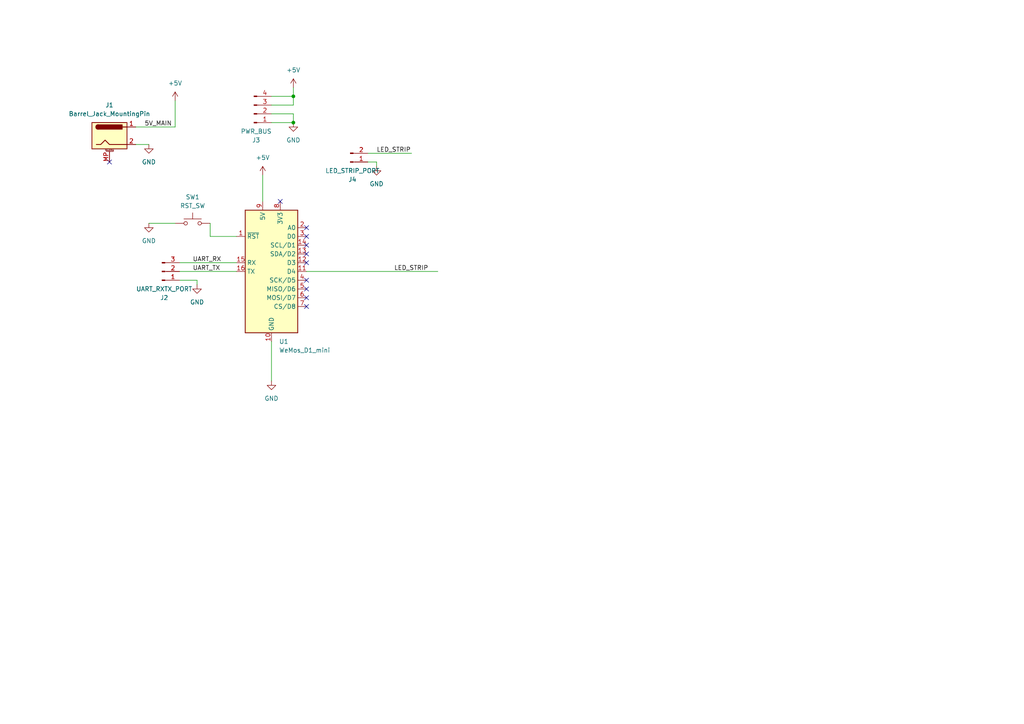
<source format=kicad_sch>
(kicad_sch (version 20230121) (generator eeschema)
  (paper "A4")
  (lib_symbols
    (symbol "Connector:Barrel_Jack_MountingPin" (pin_names hide)
      (property "Reference" "J" (at 0 5.334 0))
      (property "Value" "Barrel_Jack_MountingPin" (at 1.27 -6.35 0))
      (symbol "Barrel_Jack_MountingPin_0_1"
        (rectangle (start -5.08 3.81) (end 5.08 -3.81) (stroke (width 0.254)) (fill (type background)))
        (arc (start -3.302 3.175) (mid -3.9343 2.54) (end -3.302 1.905) (stroke (width 0.254)))
        (arc (start -3.302 3.175) (mid -3.9343 2.54) (end -3.302 1.905) (stroke (width 0.254)) (fill (type outline)))
        (polyline (pts (xy 5.08 2.54) (xy 3.81 2.54)) (stroke (width 0.254)))
        (polyline (pts (xy -3.81 -2.54) (xy -2.54 -2.54) (xy -1.27 -1.27) (xy 0 -2.54) (xy 2.54 -2.54) (xy 5.08 -2.54)) (stroke (width 0.254)))
        (rectangle (start 3.683 3.175) (end -3.302 1.905) (stroke (width 0.254)) (fill (type outline)))
      )
      (symbol "Barrel_Jack_MountingPin_1_1"
        (polyline (pts (xy -1.016 -4.572) (xy 1.016 -4.572)) (stroke (width 0.1524)))
        (text "Mounting" (at 0 -4.191 0) (effects (font (size 0.381 0.381))))
        (pin passive line (at 7.62 2.54 180) (length 2.54) (name "~") (number "1"))
        (pin passive line (at 7.62 -2.54 180) (length 2.54) (name "~") (number "2"))
        (pin passive line (at 0 -7.62 90) (length 3.048) (name "MountPin") (number "MP"))
      )
    )
    (symbol "Connector:Conn_01x02_Pin" (pin_names (offset 1.016) hide)
      (property "Reference" "J" (at 0 2.54 0))
      (property "Value" "Conn_01x02_Pin" (at 0 -5.08 0))
      (symbol "Conn_01x02_Pin_1_1"
        (polyline (pts (xy 1.27 -2.54) (xy 0.8636 -2.54)) (stroke (width 0.1524)))
        (polyline (pts (xy 1.27 0) (xy 0.8636 0)) (stroke (width 0.1524)))
        (rectangle (start 0.8636 -2.413) (end 0 -2.667) (stroke (width 0.1524)) (fill (type outline)))
        (rectangle (start 0.8636 0.127) (end 0 -0.127) (stroke (width 0.1524)) (fill (type outline)))
        (pin passive line (at 5.08 0 180) (length 3.81) (name "Pin_1") (number "1"))
        (pin passive line (at 5.08 -2.54 180) (length 3.81) (name "Pin_2") (number "2"))
      )
    )
    (symbol "Connector:Conn_01x03_Pin" (pin_names (offset 1.016) hide)
      (property "Reference" "J" (at 0 5.08 0))
      (property "Value" "Conn_01x03_Pin" (at 0 -5.08 0))
      (symbol "Conn_01x03_Pin_1_1"
        (polyline (pts (xy 1.27 -2.54) (xy 0.8636 -2.54)) (stroke (width 0.1524)))
        (polyline (pts (xy 1.27 0) (xy 0.8636 0)) (stroke (width 0.1524)))
        (polyline (pts (xy 1.27 2.54) (xy 0.8636 2.54)) (stroke (width 0.1524)))
        (rectangle (start 0.8636 -2.413) (end 0 -2.667) (stroke (width 0.1524)) (fill (type outline)))
        (rectangle (start 0.8636 0.127) (end 0 -0.127) (stroke (width 0.1524)) (fill (type outline)))
        (rectangle (start 0.8636 2.667) (end 0 2.413) (stroke (width 0.1524)) (fill (type outline)))
        (pin passive line (at 5.08 2.54 180) (length 3.81) (name "Pin_1") (number "1"))
        (pin passive line (at 5.08 0 180) (length 3.81) (name "Pin_2") (number "2"))
        (pin passive line (at 5.08 -2.54 180) (length 3.81) (name "Pin_3") (number "3"))
      )
    )
    (symbol "Connector:Conn_01x04_Pin" (pin_names (offset 1.016) hide)
      (property "Reference" "J" (at 0 5.08 0))
      (property "Value" "Conn_01x04_Pin" (at 0 -7.62 0))
      (symbol "Conn_01x04_Pin_1_1"
        (polyline (pts (xy 1.27 -5.08) (xy 0.8636 -5.08)) (stroke (width 0.1524)))
        (polyline (pts (xy 1.27 -2.54) (xy 0.8636 -2.54)) (stroke (width 0.1524)))
        (polyline (pts (xy 1.27 0) (xy 0.8636 0)) (stroke (width 0.1524)))
        (polyline (pts (xy 1.27 2.54) (xy 0.8636 2.54)) (stroke (width 0.1524)))
        (rectangle (start 0.8636 -4.953) (end 0 -5.207) (stroke (width 0.1524)) (fill (type outline)))
        (rectangle (start 0.8636 -2.413) (end 0 -2.667) (stroke (width 0.1524)) (fill (type outline)))
        (rectangle (start 0.8636 0.127) (end 0 -0.127) (stroke (width 0.1524)) (fill (type outline)))
        (rectangle (start 0.8636 2.667) (end 0 2.413) (stroke (width 0.1524)) (fill (type outline)))
        (pin passive line (at 5.08 2.54 180) (length 3.81) (name "Pin_1") (number "1"))
        (pin passive line (at 5.08 0 180) (length 3.81) (name "Pin_2") (number "2"))
        (pin passive line (at 5.08 -2.54 180) (length 3.81) (name "Pin_3") (number "3"))
        (pin passive line (at 5.08 -5.08 180) (length 3.81) (name "Pin_4") (number "4"))
      )
    )
    (symbol "MCU_Module:WeMos_D1_mini"
      (property "Reference" "U" (at 3.81 19.05 0))
      (property "Value" "WeMos_D1_mini" (at 1.27 -19.05 0))
      (symbol "WeMos_D1_mini_1_1"
        (rectangle (start -7.62 17.78) (end 7.62 -17.78) (stroke (width 0.254)) (fill (type background)))
        (pin input line (at -10.16 10.16 0) (length 2.54) (name "~{RST}") (number "1"))
        (pin power_in line (at 0 -20.32 90) (length 2.54) (name "GND") (number "10"))
        (pin bidirectional line (at 10.16 0 180) (length 2.54) (name "D4") (number "11"))
        (pin bidirectional line (at 10.16 2.54 180) (length 2.54) (name "D3") (number "12"))
        (pin bidirectional line (at 10.16 5.08 180) (length 2.54) (name "SDA/D2") (number "13"))
        (pin bidirectional line (at 10.16 7.62 180) (length 2.54) (name "SCL/D1") (number "14"))
        (pin input line (at -10.16 2.54 0) (length 2.54) (name "RX") (number "15"))
        (pin output line (at -10.16 0 0) (length 2.54) (name "TX") (number "16"))
        (pin input line (at 10.16 12.7 180) (length 2.54) (name "A0") (number "2"))
        (pin bidirectional line (at 10.16 10.16 180) (length 2.54) (name "D0") (number "3"))
        (pin bidirectional line (at 10.16 -2.54 180) (length 2.54) (name "SCK/D5") (number "4"))
        (pin bidirectional line (at 10.16 -5.08 180) (length 2.54) (name "MISO/D6") (number "5"))
        (pin bidirectional line (at 10.16 -7.62 180) (length 2.54) (name "MOSI/D7") (number "6"))
        (pin bidirectional line (at 10.16 -10.16 180) (length 2.54) (name "CS/D8") (number "7"))
        (pin power_out line (at 2.54 20.32 270) (length 2.54) (name "3V3") (number "8"))
        (pin power_in line (at -2.54 20.32 270) (length 2.54) (name "5V") (number "9"))
      )
    )
    (symbol "Switch:SW_Push" (pin_numbers hide) (pin_names (offset 1.016) hide)
      (property "Reference" "SW" (at 1.27 2.54 0))
      (property "Value" "SW_Push" (at 0 -1.524 0))
      (symbol "SW_Push_0_1"
        (circle (center -2.032 0) (radius 0.508))
        (polyline (pts (xy 0 1.27) (xy 0 3.048)))
        (polyline (pts (xy 2.54 1.27) (xy -2.54 1.27)))
        (circle (center 2.032 0) (radius 0.508))
        (pin passive line (at -5.08 0 0) (length 2.54) (name "1") (number "1"))
        (pin passive line (at 5.08 0 180) (length 2.54) (name "2") (number "2"))
      )
    )
    (symbol "power:+5V" (power) (pin_names (offset 0))
      (property "Value" "+5V" (at 0 3.556 0))
      (symbol "+5V_0_1"
        (polyline (pts (xy -0.762 1.27) (xy 0 2.54)))
        (polyline (pts (xy 0 0) (xy 0 2.54)))
        (polyline (pts (xy 0 2.54) (xy 0.762 1.27)))
      )
      (symbol "+5V_1_1"
        (pin power_in line (at 0 0 90) (length 0) hide (name "+5V") (number "1"))
      )
    )
    (symbol "power:GND" (power) (pin_names (offset 0))
      (property "Value" "GND" (at 0 -3.81 0))
      (symbol "GND_0_1"
        (polyline (pts (xy 0 0) (xy 0 -1.27) (xy 1.27 -1.27) (xy 0 -2.54) (xy -1.27 -1.27) (xy 0 -1.27)))
      )
      (symbol "GND_1_1"
        (pin power_in line (at 0 0 270) (length 0) hide (name "GND") (number "1"))
      )
    )
  )
  (junction (at 85.09 35.56))
  (junction (at 85.09 27.94))
  (no_connect (at 31.75 46.99))
  (no_connect (at 88.9 88.9))
  (no_connect (at 88.9 73.66))
  (no_connect (at 88.9 76.2))
  (no_connect (at 88.9 83.82))
  (no_connect (at 88.9 81.28))
  (no_connect (at 88.9 66.04))
  (no_connect (at 81.28 58.42))
  (no_connect (at 88.9 71.12))
  (no_connect (at 88.9 68.58))
  (no_connect (at 88.9 86.36))
  (wire (pts (xy 78.74 35.56) (xy 85.09 35.56)))
  (wire (pts (xy 109.22 46.99) (xy 109.22 48.26)))
  (wire (pts (xy 52.07 81.28) (xy 57.15 81.28)))
  (wire (pts (xy 60.96 68.58) (xy 60.96 64.77)))
  (wire (pts (xy 50.8 36.83) (xy 50.8 29.21)))
  (wire (pts (xy 88.9 78.74) (xy 127 78.74)))
  (wire (pts (xy 85.09 33.02) (xy 85.09 35.56)))
  (wire (pts (xy 78.74 99.06) (xy 78.74 110.49)))
  (wire (pts (xy 43.18 64.77) (xy 50.8 64.77)))
  (wire (pts (xy 106.68 44.45) (xy 119.38 44.45)))
  (wire (pts (xy 78.74 33.02) (xy 85.09 33.02)))
  (wire (pts (xy 39.37 36.83) (xy 50.8 36.83)))
  (wire (pts (xy 78.74 30.48) (xy 85.09 30.48)))
  (wire (pts (xy 52.07 76.2) (xy 68.58 76.2)))
  (wire (pts (xy 85.09 30.48) (xy 85.09 27.94)))
  (wire (pts (xy 78.74 27.94) (xy 85.09 27.94)))
  (wire (pts (xy 76.2 50.8) (xy 76.2 58.42)))
  (wire (pts (xy 39.37 41.91) (xy 43.18 41.91)))
  (wire (pts (xy 68.58 68.58) (xy 60.96 68.58)))
  (wire (pts (xy 106.68 46.99) (xy 109.22 46.99)))
  (wire (pts (xy 57.15 81.28) (xy 57.15 82.55)))
  (wire (pts (xy 52.07 78.74) (xy 68.58 78.74)))
  (wire (pts (xy 85.09 27.94) (xy 85.09 25.4)))
  (label "LED_STRIP" (at 114.3 78.74 0))
  (label "UART_RX" (at 55.88 76.2 0))
  (label "UART_TX" (at 55.88 78.74 0))
  (label "LED_STRIP" (at 109.22 44.45 0))
  (label "5V_MAIN" (at 41.91 36.83 0))
  (symbol (lib_id "power:GND") (at 43.18 64.77 0) (unit 1)
    (property "Reference" "#PWR09" (effects hide))
    (property "Value" "GND" (at 43.18 69.85 0))
  )
  (symbol (lib_id "power:+5V") (at 76.2 50.8 0) (unit 1)
    (property "Reference" "#PWR03" (effects hide))
    (property "Value" "+5V" (at 76.2 45.72 0))
  )
  (symbol (lib_id "Switch:SW_Push") (at 55.88 64.77 0) (unit 1)
    (property "Reference" "SW1" (at 55.88 57.15 0))
    (property "Value" "RST_SW" (at 55.88 59.69 0))
    (property "Footprint" "Button_Switch_SMD:SW_SPST_SKQG_WithStem" (effects hide))
  )
  (symbol (lib_id "power:GND") (at 78.74 110.49 0) (unit 1)
    (property "Reference" "#PWR01" (effects hide))
    (property "Value" "GND" (at 78.74 115.57 0))
  )
  (symbol (lib_id "power:+5V") (at 50.8 29.21 0) (unit 1)
    (property "Reference" "#PWR02" (effects hide))
    (property "Value" "+5V" (at 50.8 24.13 0))
  )
  (symbol (lib_id "Connector:Conn_01x02_Pin") (at 101.6 46.99 0) (mirror x) (unit 1)
    (property "Reference" "J4" (at 102.235 52.07 0))
    (property "Value" "LED_STRIP_PORT" (at 102.235 49.53 0))
    (property "Footprint" "Connector_JST:JST_XH_B2B-XH-A_1x02_P2.50mm_Vertical" (effects hide))
  )
  (symbol (lib_id "power:GND") (at 109.22 48.26 0) (unit 1)
    (property "Reference" "#PWR08" (effects hide))
    (property "Value" "GND" (at 109.22 53.34 0))
  )
  (symbol (lib_id "power:+5V") (at 85.09 25.4 0) (unit 1)
    (property "Reference" "#PWR06" (effects hide))
    (property "Value" "+5V" (at 85.09 20.32 0))
  )
  (symbol (lib_id "power:GND") (at 43.18 41.91 0) (unit 1)
    (property "Reference" "#PWR04" (effects hide))
    (property "Value" "GND" (at 43.18 46.99 0))
  )
  (symbol (lib_id "Connector:Conn_01x03_Pin") (at 46.99 78.74 0) (mirror x) (unit 1)
    (property "Reference" "J2" (at 47.625 86.36 0))
    (property "Value" "UART_RXTX_PORT" (at 47.625 83.82 0))
    (property "Footprint" "Connector_PinHeader_2.54mm:PinHeader_1x03_P2.54mm_Vertical" (effects hide))
  )
  (symbol (lib_id "power:GND") (at 85.09 35.56 0) (unit 1)
    (property "Reference" "#PWR07" (effects hide))
    (property "Value" "GND" (at 85.09 40.64 0))
  )
  (symbol (lib_id "Connector:Conn_01x04_Pin") (at 73.66 33.02 0) (mirror x) (unit 1)
    (property "Reference" "J3" (at 74.295 40.64 0))
    (property "Value" "PWR_BUS" (at 74.295 38.1 0))
    (property "Footprint" "Connector_JST:JST_XH_B4B-XH-A_1x04_P2.50mm_Vertical" (effects hide))
  )
  (symbol (lib_id "Connector:Barrel_Jack_MountingPin") (at 31.75 39.37 0) (unit 1)
    (property "Reference" "J1" (at 31.75 30.48 0))
    (property "Value" "Barrel_Jack_MountingPin" (at 31.75 33.02 0))
    (property "Footprint" "Connector_BarrelJack:BarrelJack_CUI_PJ-063AH_Horizontal" (effects hide))
  )
  (symbol (lib_id "power:GND") (at 57.15 82.55 0) (unit 1)
    (property "Reference" "#PWR05" (effects hide))
    (property "Value" "GND" (at 57.15 87.63 0))
  )
  (symbol (lib_id "MCU_Module:WeMos_D1_mini") (at 78.74 78.74 0) (unit 1)
    (property "Reference" "U1" (at 80.9341 99.06 0) (effects (justify left)))
    (property "Value" "WeMos_D1_mini" (at 80.9341 101.6 0) (effects (justify left)))
    (property "Footprint" "Module:WEMOS_D1_mini_light" (effects hide))
    (property "Datasheet" "https://wiki.wemos.cc/products:d1:d1_mini#documentation" (effects hide))
  )
)
</source>
